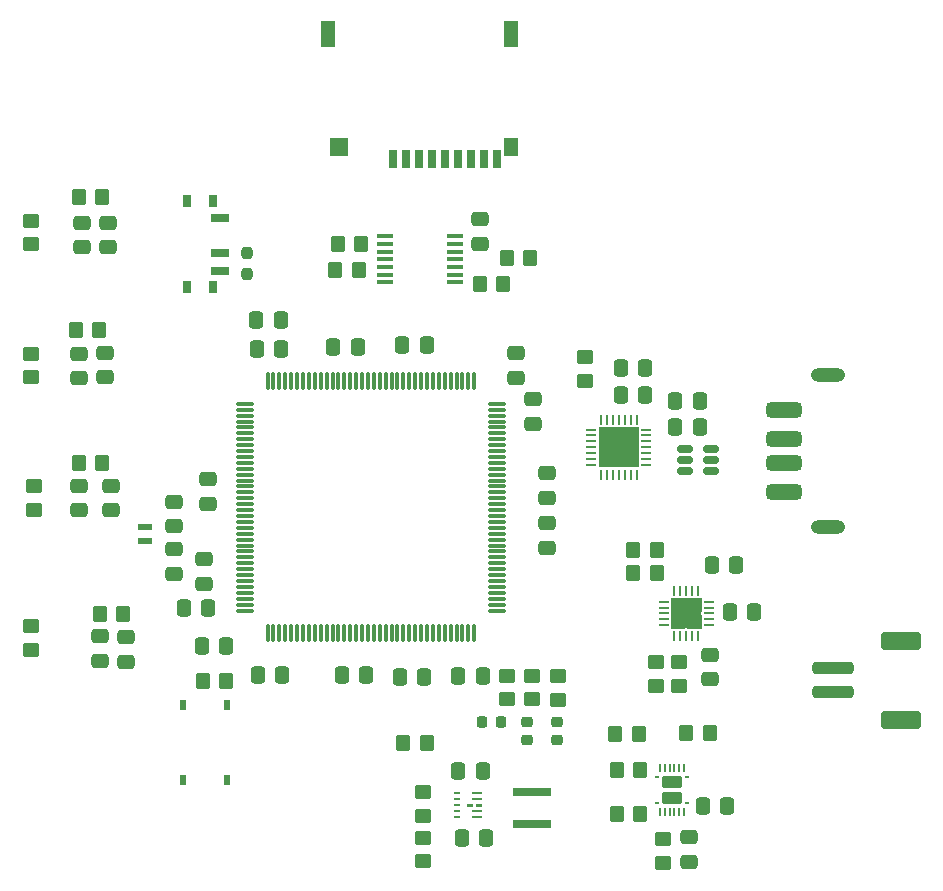
<source format=gtp>
%TF.GenerationSoftware,KiCad,Pcbnew,8.0.8*%
%TF.CreationDate,2025-03-13T11:35:54-04:00*%
%TF.ProjectId,ECE477-SeniorDesign,45434534-3737-42d5-9365-6e696f724465,rev?*%
%TF.SameCoordinates,Original*%
%TF.FileFunction,Paste,Top*%
%TF.FilePolarity,Positive*%
%FSLAX46Y46*%
G04 Gerber Fmt 4.6, Leading zero omitted, Abs format (unit mm)*
G04 Created by KiCad (PCBNEW 8.0.8) date 2025-03-13 11:35:54*
%MOMM*%
%LPD*%
G01*
G04 APERTURE LIST*
G04 Aperture macros list*
%AMRoundRect*
0 Rectangle with rounded corners*
0 $1 Rounding radius*
0 $2 $3 $4 $5 $6 $7 $8 $9 X,Y pos of 4 corners*
0 Add a 4 corners polygon primitive as box body*
4,1,4,$2,$3,$4,$5,$6,$7,$8,$9,$2,$3,0*
0 Add four circle primitives for the rounded corners*
1,1,$1+$1,$2,$3*
1,1,$1+$1,$4,$5*
1,1,$1+$1,$6,$7*
1,1,$1+$1,$8,$9*
0 Add four rect primitives between the rounded corners*
20,1,$1+$1,$2,$3,$4,$5,0*
20,1,$1+$1,$4,$5,$6,$7,0*
20,1,$1+$1,$6,$7,$8,$9,0*
20,1,$1+$1,$8,$9,$2,$3,0*%
%AMFreePoly0*
4,1,21,-0.300000,0.050000,-0.296194,0.069134,-0.285355,0.085355,-0.269134,0.096194,-0.250000,0.100000,0.250000,0.100000,0.269134,0.096194,0.285355,0.085355,0.296194,0.069134,0.300000,0.050000,0.300000,-0.050000,0.296194,-0.069134,0.285355,-0.085355,0.269134,-0.096194,0.250000,-0.100000,-0.250000,-0.100000,-0.269134,-0.096194,-0.285355,-0.085355,-0.296194,-0.069134,-0.300000,-0.050000,
-0.300000,0.050000,-0.300000,0.050000,$1*%
G04 Aperture macros list end*
%ADD10C,0.000000*%
%ADD11RoundRect,0.250000X0.450000X-0.350000X0.450000X0.350000X-0.450000X0.350000X-0.450000X-0.350000X0*%
%ADD12RoundRect,0.218750X0.256250X-0.218750X0.256250X0.218750X-0.256250X0.218750X-0.256250X-0.218750X0*%
%ADD13RoundRect,0.218750X-0.218750X-0.256250X0.218750X-0.256250X0.218750X0.256250X-0.218750X0.256250X0*%
%ADD14RoundRect,0.250000X-0.450000X0.350000X-0.450000X-0.350000X0.450000X-0.350000X0.450000X0.350000X0*%
%ADD15RoundRect,0.250000X-0.475000X0.337500X-0.475000X-0.337500X0.475000X-0.337500X0.475000X0.337500X0*%
%ADD16RoundRect,0.250000X0.337500X0.475000X-0.337500X0.475000X-0.337500X-0.475000X0.337500X-0.475000X0*%
%ADD17RoundRect,0.250000X-0.350000X-0.450000X0.350000X-0.450000X0.350000X0.450000X-0.350000X0.450000X0*%
%ADD18RoundRect,0.250000X-0.337500X-0.475000X0.337500X-0.475000X0.337500X0.475000X-0.337500X0.475000X0*%
%ADD19R,0.965200X0.254000*%
%ADD20R,0.254000X0.965200*%
%ADD21R,3.352800X3.352800*%
%ADD22RoundRect,0.250000X0.475000X-0.337500X0.475000X0.337500X-0.475000X0.337500X-0.475000X-0.337500X0*%
%ADD23RoundRect,0.250000X1.500000X-0.250000X1.500000X0.250000X-1.500000X0.250000X-1.500000X-0.250000X0*%
%ADD24RoundRect,0.250001X1.449999X-0.499999X1.449999X0.499999X-1.449999X0.499999X-1.449999X-0.499999X0*%
%ADD25RoundRect,0.250000X0.350000X0.450000X-0.350000X0.450000X-0.350000X-0.450000X0.350000X-0.450000X0*%
%ADD26RoundRect,0.050000X0.137500X-0.050000X0.137500X0.050000X-0.137500X0.050000X-0.137500X-0.050000X0*%
%ADD27RoundRect,0.270000X0.605000X-0.270000X0.605000X0.270000X-0.605000X0.270000X-0.605000X-0.270000X0*%
%ADD28FreePoly0,90.000000*%
%ADD29RoundRect,0.237500X-0.237500X0.250000X-0.237500X-0.250000X0.237500X-0.250000X0.237500X0.250000X0*%
%ADD30RoundRect,0.075000X-0.662500X-0.075000X0.662500X-0.075000X0.662500X0.075000X-0.662500X0.075000X0*%
%ADD31RoundRect,0.075000X-0.075000X-0.662500X0.075000X-0.662500X0.075000X0.662500X-0.075000X0.662500X0*%
%ADD32R,0.800000X1.000000*%
%ADD33R,1.500000X0.700000*%
%ADD34R,0.254000X0.812800*%
%ADD35R,0.812800X0.254000*%
%ADD36R,2.594000X2.594000*%
%ADD37R,0.558800X0.952500*%
%ADD38R,0.599999X0.249999*%
%ADD39R,0.900001X0.249999*%
%ADD40R,0.700000X1.600000*%
%ADD41R,1.200000X1.500000*%
%ADD42R,1.200000X2.200000*%
%ADD43R,1.600000X1.500000*%
%ADD44O,2.900000X1.200000*%
%ADD45RoundRect,0.325000X1.175000X-0.325000X1.175000X0.325000X-1.175000X0.325000X-1.175000X-0.325000X0*%
%ADD46R,1.200000X0.600000*%
%ADD47R,1.409700X0.355600*%
%ADD48R,3.200400X0.762000*%
%ADD49RoundRect,0.150000X0.512500X0.150000X-0.512500X0.150000X-0.512500X-0.150000X0.512500X-0.150000X0*%
G04 APERTURE END LIST*
D10*
%TO.C,U8*%
G36*
X174400000Y-84825900D02*
G01*
X172923600Y-84825900D01*
X172923600Y-83349500D01*
X174400000Y-83349500D01*
X174400000Y-84825900D01*
G37*
G36*
X174400000Y-86502300D02*
G01*
X172923600Y-86502300D01*
X172923600Y-85025900D01*
X174400000Y-85025900D01*
X174400000Y-86502300D01*
G37*
G36*
X176076400Y-84825900D02*
G01*
X174600000Y-84825900D01*
X174600000Y-83349500D01*
X176076400Y-83349500D01*
X176076400Y-84825900D01*
G37*
G36*
X176076400Y-86502300D02*
G01*
X174600000Y-86502300D01*
X174600000Y-85025900D01*
X176076400Y-85025900D01*
X176076400Y-86502300D01*
G37*
%TO.C,U6*%
G36*
X180100000Y-98900000D02*
G01*
X178903000Y-98900000D01*
X178903000Y-97703000D01*
X180100000Y-97703000D01*
X180100000Y-98900000D01*
G37*
G36*
X180100000Y-100297000D02*
G01*
X178903000Y-100297000D01*
X178903000Y-99100000D01*
X180100000Y-99100000D01*
X180100000Y-100297000D01*
G37*
G36*
X181497000Y-98900000D02*
G01*
X180300000Y-98900000D01*
X180300000Y-97703000D01*
X181497000Y-97703000D01*
X181497000Y-98900000D01*
G37*
G36*
X181497000Y-100297000D02*
G01*
X180300000Y-100297000D01*
X180300000Y-99100000D01*
X181497000Y-99100000D01*
X181497000Y-100297000D01*
G37*
%TO.C,U10*%
G36*
X162174999Y-115149998D02*
G01*
X162174999Y-115300000D01*
X162124999Y-115350000D01*
X161675000Y-115350000D01*
X161625000Y-115300000D01*
X161625000Y-115149998D01*
X161675000Y-115099998D01*
X162124999Y-115099998D01*
X162174999Y-115149998D01*
G37*
G36*
X162925000Y-115149998D02*
G01*
X162925000Y-115300000D01*
X162875000Y-115350000D01*
X162425001Y-115350000D01*
X162375001Y-115300000D01*
X162375001Y-115149998D01*
X162425001Y-115099998D01*
X162875000Y-115099998D01*
X162925000Y-115149998D01*
G37*
%TD*%
D11*
%TO.C,R13*%
X171600000Y-79325000D03*
X171600000Y-77325000D03*
%TD*%
D12*
%TO.C,D3*%
X169250000Y-109725000D03*
X169250000Y-108150000D03*
%TD*%
%TO.C,D2*%
X166750000Y-109725000D03*
X166750000Y-108150000D03*
%TD*%
D13*
%TO.C,D1*%
X162925000Y-108225000D03*
X164500000Y-108225000D03*
%TD*%
D14*
%TO.C,R12*%
X169300000Y-104300000D03*
X169300000Y-106300000D03*
%TD*%
%TO.C,R10*%
X167175000Y-106275000D03*
X167175000Y-104275000D03*
%TD*%
%TO.C,R5*%
X165025000Y-106275000D03*
X165025000Y-104275000D03*
%TD*%
D15*
%TO.C,C7*%
X168400000Y-91375000D03*
X168400000Y-93450000D03*
%TD*%
D16*
%TO.C,C9*%
X158000000Y-104350000D03*
X155925000Y-104350000D03*
%TD*%
D15*
%TO.C,C2*%
X136850000Y-89525000D03*
X136850000Y-91600000D03*
%TD*%
D17*
%TO.C,R3*%
X174200000Y-109200000D03*
X176200000Y-109200000D03*
%TD*%
D18*
%TO.C,C1*%
X139175000Y-101750000D03*
X141250000Y-101750000D03*
%TD*%
D15*
%TO.C,C36*%
X128750000Y-77000000D03*
X128750000Y-79075000D03*
%TD*%
D19*
%TO.C,U8*%
X176824100Y-86425900D03*
X176824100Y-85925901D03*
X176824100Y-85425899D03*
X176824100Y-84925900D03*
X176824100Y-84425901D03*
X176824100Y-83925899D03*
X176824100Y-83425900D03*
D20*
X176000000Y-82601800D03*
X175500001Y-82601800D03*
X174999999Y-82601800D03*
X174500000Y-82601800D03*
X174000001Y-82601800D03*
X173499999Y-82601800D03*
X173000000Y-82601800D03*
D19*
X172175900Y-83425900D03*
X172175900Y-83925899D03*
X172175900Y-84425901D03*
X172175900Y-84925900D03*
X172175900Y-85425899D03*
X172175900Y-85925901D03*
X172175900Y-86425900D03*
D20*
X173000000Y-87250000D03*
X173499999Y-87250000D03*
X174000001Y-87250000D03*
X174500000Y-87250000D03*
X174999999Y-87250000D03*
X175500001Y-87250000D03*
X176000000Y-87250000D03*
D21*
X174500000Y-84925900D03*
%TD*%
D11*
%TO.C,R7*%
X157900000Y-120000000D03*
X157900000Y-118000000D03*
%TD*%
%TO.C,R18*%
X177600000Y-105100000D03*
X177600000Y-103100000D03*
%TD*%
D22*
%TO.C,C41*%
X162700000Y-67700000D03*
X162700000Y-65625000D03*
%TD*%
D15*
%TO.C,C37*%
X128750000Y-88175000D03*
X128750000Y-90250000D03*
%TD*%
D17*
%TO.C,R16*%
X175700000Y-95600000D03*
X177700000Y-95600000D03*
%TD*%
D23*
%TO.C,J6*%
X192600000Y-105650000D03*
X192600000Y-103650000D03*
D24*
X198350000Y-108000000D03*
X198350000Y-101300000D03*
%TD*%
D16*
%TO.C,C32*%
X176750000Y-80500000D03*
X174675000Y-80500000D03*
%TD*%
D15*
%TO.C,C39*%
X131000000Y-76925000D03*
X131000000Y-79000000D03*
%TD*%
D16*
%TO.C,C20*%
X163250000Y-118050000D03*
X161175000Y-118050000D03*
%TD*%
D18*
%TO.C,C25*%
X181600000Y-115300000D03*
X183675000Y-115300000D03*
%TD*%
D25*
%TO.C,R9*%
X176300000Y-115960000D03*
X174300000Y-115960000D03*
%TD*%
D15*
%TO.C,C27*%
X180400000Y-117960000D03*
X180400000Y-120035000D03*
%TD*%
D16*
%TO.C,C10*%
X151025000Y-104250000D03*
X153100000Y-104250000D03*
%TD*%
D26*
%TO.C,U5*%
X177737500Y-115075000D03*
X180262500Y-115075000D03*
D27*
X179000000Y-114590000D03*
X179000000Y-113310000D03*
D26*
X177737500Y-112825000D03*
X180262500Y-112825000D03*
D28*
X178000000Y-115850000D03*
X178400000Y-115850000D03*
X178800000Y-115850000D03*
X179200000Y-115850000D03*
X179600000Y-115850000D03*
X180000000Y-115850000D03*
X180000000Y-112050000D03*
X179600000Y-112050000D03*
X179200000Y-112050000D03*
X178800000Y-112050000D03*
X178400000Y-112050000D03*
X178000000Y-112050000D03*
%TD*%
D17*
%TO.C,R25*%
X128750000Y-86250000D03*
X130750000Y-86250000D03*
%TD*%
D15*
%TO.C,C30*%
X182200000Y-102500000D03*
X182200000Y-104575000D03*
%TD*%
D11*
%TO.C,R4*%
X157900000Y-116150000D03*
X157900000Y-114150000D03*
%TD*%
D16*
%TO.C,C34*%
X176750000Y-78250000D03*
X174675000Y-78250000D03*
%TD*%
D18*
%TO.C,C29*%
X183900000Y-98900000D03*
X185975000Y-98900000D03*
%TD*%
%TO.C,C18*%
X143775000Y-74150000D03*
X145850000Y-74150000D03*
%TD*%
D29*
%TO.C,R2*%
X143000000Y-68475000D03*
X143000000Y-70300000D03*
%TD*%
D16*
%TO.C,C12*%
X139750000Y-98550000D03*
X137675000Y-98550000D03*
%TD*%
D17*
%TO.C,R24*%
X128500000Y-75000000D03*
X130500000Y-75000000D03*
%TD*%
D22*
%TO.C,C5*%
X167250000Y-82950000D03*
X167250000Y-80875000D03*
%TD*%
D30*
%TO.C,U2*%
X142837500Y-81250000D03*
X142837500Y-81750000D03*
X142837500Y-82250000D03*
X142837500Y-82750000D03*
X142837500Y-83250000D03*
X142837500Y-83750000D03*
X142837500Y-84250000D03*
X142837500Y-84750000D03*
X142837500Y-85250000D03*
X142837500Y-85750000D03*
X142837500Y-86250000D03*
X142837500Y-86750000D03*
X142837500Y-87250000D03*
X142837500Y-87750000D03*
X142837500Y-88250000D03*
X142837500Y-88750000D03*
X142837500Y-89250000D03*
X142837500Y-89750000D03*
X142837500Y-90250000D03*
X142837500Y-90750000D03*
X142837500Y-91250000D03*
X142837500Y-91750000D03*
X142837500Y-92250000D03*
X142837500Y-92750000D03*
X142837500Y-93250000D03*
X142837500Y-93750000D03*
X142837500Y-94250000D03*
X142837500Y-94750000D03*
X142837500Y-95250000D03*
X142837500Y-95750000D03*
X142837500Y-96250000D03*
X142837500Y-96750000D03*
X142837500Y-97250000D03*
X142837500Y-97750000D03*
X142837500Y-98250000D03*
X142837500Y-98750000D03*
D31*
X144750000Y-100662500D03*
X145250000Y-100662500D03*
X145750000Y-100662500D03*
X146250000Y-100662500D03*
X146750000Y-100662500D03*
X147250000Y-100662500D03*
X147750000Y-100662500D03*
X148250000Y-100662500D03*
X148750000Y-100662500D03*
X149250000Y-100662500D03*
X149750000Y-100662500D03*
X150250000Y-100662500D03*
X150750000Y-100662500D03*
X151250000Y-100662500D03*
X151750000Y-100662500D03*
X152250000Y-100662500D03*
X152750000Y-100662500D03*
X153250000Y-100662500D03*
X153750000Y-100662500D03*
X154250000Y-100662500D03*
X154750000Y-100662500D03*
X155250000Y-100662500D03*
X155750000Y-100662500D03*
X156250000Y-100662500D03*
X156750000Y-100662500D03*
X157250000Y-100662500D03*
X157750000Y-100662500D03*
X158250000Y-100662500D03*
X158750000Y-100662500D03*
X159250000Y-100662500D03*
X159750000Y-100662500D03*
X160250000Y-100662500D03*
X160750000Y-100662500D03*
X161250000Y-100662500D03*
X161750000Y-100662500D03*
X162250000Y-100662500D03*
D30*
X164162500Y-98750000D03*
X164162500Y-98250000D03*
X164162500Y-97750000D03*
X164162500Y-97250000D03*
X164162500Y-96750000D03*
X164162500Y-96250000D03*
X164162500Y-95750000D03*
X164162500Y-95250000D03*
X164162500Y-94750000D03*
X164162500Y-94250000D03*
X164162500Y-93750000D03*
X164162500Y-93250000D03*
X164162500Y-92750000D03*
X164162500Y-92250000D03*
X164162500Y-91750000D03*
X164162500Y-91250000D03*
X164162500Y-90750000D03*
X164162500Y-90250000D03*
X164162500Y-89750000D03*
X164162500Y-89250000D03*
X164162500Y-88750000D03*
X164162500Y-88250000D03*
X164162500Y-87750000D03*
X164162500Y-87250000D03*
X164162500Y-86750000D03*
X164162500Y-86250000D03*
X164162500Y-85750000D03*
X164162500Y-85250000D03*
X164162500Y-84750000D03*
X164162500Y-84250000D03*
X164162500Y-83750000D03*
X164162500Y-83250000D03*
X164162500Y-82750000D03*
X164162500Y-82250000D03*
X164162500Y-81750000D03*
X164162500Y-81250000D03*
D31*
X162250000Y-79337500D03*
X161750000Y-79337500D03*
X161250000Y-79337500D03*
X160750000Y-79337500D03*
X160250000Y-79337500D03*
X159750000Y-79337500D03*
X159250000Y-79337500D03*
X158750000Y-79337500D03*
X158250000Y-79337500D03*
X157750000Y-79337500D03*
X157250000Y-79337500D03*
X156750000Y-79337500D03*
X156250000Y-79337500D03*
X155750000Y-79337500D03*
X155250000Y-79337500D03*
X154750000Y-79337500D03*
X154250000Y-79337500D03*
X153750000Y-79337500D03*
X153250000Y-79337500D03*
X152750000Y-79337500D03*
X152250000Y-79337500D03*
X151750000Y-79337500D03*
X151250000Y-79337500D03*
X150750000Y-79337500D03*
X150250000Y-79337500D03*
X149750000Y-79337500D03*
X149250000Y-79337500D03*
X148750000Y-79337500D03*
X148250000Y-79337500D03*
X147750000Y-79337500D03*
X147250000Y-79337500D03*
X146750000Y-79337500D03*
X146250000Y-79337500D03*
X145750000Y-79337500D03*
X145250000Y-79337500D03*
X144750000Y-79337500D03*
%TD*%
D16*
%TO.C,C33*%
X181325000Y-83250000D03*
X179250000Y-83250000D03*
%TD*%
D22*
%TO.C,C14*%
X139700000Y-89700000D03*
X139700000Y-87625000D03*
%TD*%
%TO.C,C13*%
X139350000Y-96500000D03*
X139350000Y-94425000D03*
%TD*%
D15*
%TO.C,C6*%
X168400000Y-87125000D03*
X168400000Y-89200000D03*
%TD*%
D16*
%TO.C,C19*%
X162975000Y-112350000D03*
X160900000Y-112350000D03*
%TD*%
D22*
%TO.C,C4*%
X165750000Y-79050000D03*
X165750000Y-76975000D03*
%TD*%
D15*
%TO.C,C38*%
X131250000Y-65925000D03*
X131250000Y-68000000D03*
%TD*%
D32*
%TO.C,SWBOOT1*%
X140100000Y-64100000D03*
X137890000Y-64100000D03*
X140100000Y-71400000D03*
X137890000Y-71400000D03*
D33*
X140750000Y-65500000D03*
X140750000Y-68500000D03*
X140750000Y-70000000D03*
%TD*%
D16*
%TO.C,C8*%
X162950000Y-104300000D03*
X160875000Y-104300000D03*
%TD*%
D25*
%TO.C,R1*%
X141250000Y-104750000D03*
X139250000Y-104750000D03*
%TD*%
D18*
%TO.C,C28*%
X182362500Y-94900000D03*
X184437500Y-94900000D03*
%TD*%
D14*
%TO.C,R22*%
X125000000Y-88250000D03*
X125000000Y-90250000D03*
%TD*%
D34*
%TO.C,U6*%
X181200001Y-97107700D03*
X180699999Y-97107700D03*
X180200000Y-97107700D03*
X179700001Y-97107700D03*
X179199999Y-97107700D03*
D35*
X178307700Y-97999999D03*
X178307700Y-98500001D03*
X178307700Y-99000000D03*
X178307700Y-99499999D03*
X178307700Y-100000001D03*
D34*
X179199999Y-100892300D03*
X179700001Y-100892300D03*
X180200000Y-100892300D03*
X180699999Y-100892300D03*
X181200001Y-100892300D03*
D35*
X182092300Y-100000001D03*
X182092300Y-99499999D03*
X182092300Y-99000000D03*
X182092300Y-98500001D03*
X182092300Y-97999999D03*
D36*
X180200000Y-99000000D03*
%TD*%
D22*
%TO.C,C3*%
X136850000Y-95625000D03*
X136850000Y-93550000D03*
%TD*%
D17*
%TO.C,R19*%
X150500000Y-69900000D03*
X152500000Y-69900000D03*
%TD*%
D37*
%TO.C,U1*%
X141308400Y-106737300D03*
X141308400Y-113100000D03*
X137600000Y-106737300D03*
X137600000Y-113100000D03*
%TD*%
D17*
%TO.C,R15*%
X174300000Y-112260000D03*
X176300000Y-112260000D03*
%TD*%
D14*
%TO.C,R20*%
X124750000Y-65750000D03*
X124750000Y-67750000D03*
%TD*%
D17*
%TO.C,R26*%
X165000000Y-68900000D03*
X167000000Y-68900000D03*
%TD*%
D38*
%TO.C,U10*%
X160824999Y-114224998D03*
X160824999Y-114725000D03*
X160824999Y-115224999D03*
X160824999Y-115724998D03*
X160824999Y-116225000D03*
D39*
X162475001Y-116225000D03*
X162475001Y-115724998D03*
X162475001Y-114725000D03*
X162475001Y-114224998D03*
%TD*%
D17*
%TO.C,R14*%
X175700000Y-93600000D03*
X177700000Y-93600000D03*
%TD*%
%TO.C,R27*%
X162700000Y-71100000D03*
X164700000Y-71100000D03*
%TD*%
D14*
%TO.C,R21*%
X124750000Y-77000000D03*
X124750000Y-79000000D03*
%TD*%
D40*
%TO.C,CARD1*%
X155400000Y-60500000D03*
X156500000Y-60500000D03*
X157600000Y-60500000D03*
X158700000Y-60500000D03*
X159800000Y-60500000D03*
X160900000Y-60500000D03*
X162000000Y-60500000D03*
X163100000Y-60500000D03*
X164200000Y-60500000D03*
D41*
X165400000Y-59500000D03*
D42*
X165400000Y-49900000D03*
D43*
X150800000Y-59500000D03*
D42*
X149900000Y-49900000D03*
%TD*%
D14*
%TO.C,R17*%
X179600000Y-103100000D03*
X179600000Y-105100000D03*
%TD*%
D17*
%TO.C,R23*%
X128750000Y-63750000D03*
X130750000Y-63750000D03*
%TD*%
D44*
%TO.C,J7*%
X192210000Y-91650000D03*
X192210000Y-78850000D03*
D45*
X188510000Y-88750000D03*
X188510000Y-86250000D03*
X188510000Y-84250000D03*
X188510000Y-81750000D03*
%TD*%
D46*
%TO.C,Y1*%
X134350000Y-91700000D03*
X134350000Y-92900000D03*
%TD*%
D17*
%TO.C,R29*%
X130550000Y-99025000D03*
X132550000Y-99025000D03*
%TD*%
%TO.C,R11*%
X180200000Y-109100000D03*
X182200000Y-109100000D03*
%TD*%
D16*
%TO.C,C31*%
X181325000Y-81000000D03*
X179250000Y-81000000D03*
%TD*%
D17*
%TO.C,Rr1*%
X150700000Y-67700000D03*
X152700000Y-67700000D03*
%TD*%
D16*
%TO.C,C11*%
X146000000Y-104200000D03*
X143925000Y-104200000D03*
%TD*%
D17*
%TO.C,R6*%
X156250000Y-110000000D03*
X158250000Y-110000000D03*
%TD*%
D18*
%TO.C,C17*%
X158225000Y-76300000D03*
X156150000Y-76300000D03*
%TD*%
D47*
%TO.C,U9*%
X154715950Y-67064899D03*
X154715950Y-67714900D03*
X154715950Y-68364901D03*
X154715950Y-69014900D03*
X154715950Y-69664899D03*
X154715950Y-70314900D03*
X154715950Y-70964899D03*
X160621450Y-70964901D03*
X160621450Y-70314900D03*
X160621450Y-69664901D03*
X160621450Y-69014900D03*
X160621450Y-68364901D03*
X160621450Y-67714900D03*
X160621450Y-67064901D03*
%TD*%
D15*
%TO.C,C35*%
X129000000Y-65925000D03*
X129000000Y-68000000D03*
%TD*%
%TO.C,C40*%
X131500000Y-88175000D03*
X131500000Y-90250000D03*
%TD*%
D14*
%TO.C,R8*%
X178200000Y-118100000D03*
X178200000Y-120100000D03*
%TD*%
D18*
%TO.C,C15*%
X143825000Y-76600000D03*
X145900000Y-76600000D03*
%TD*%
D15*
%TO.C,C43*%
X132800000Y-101025000D03*
X132800000Y-103100000D03*
%TD*%
D14*
%TO.C,R28*%
X124700000Y-100100000D03*
X124700000Y-102100000D03*
%TD*%
D18*
%TO.C,C16*%
X150325000Y-76450000D03*
X152400000Y-76450000D03*
%TD*%
D48*
%TO.C,L1*%
X167153700Y-114100000D03*
X167153700Y-116792400D03*
%TD*%
D49*
%TO.C,U7*%
X182337500Y-86950000D03*
X182337500Y-86000000D03*
X182337500Y-85050000D03*
X180062500Y-85050000D03*
X180062500Y-86000000D03*
X180062500Y-86950000D03*
%TD*%
D15*
%TO.C,C42*%
X130550000Y-100950000D03*
X130550000Y-103025000D03*
%TD*%
M02*

</source>
